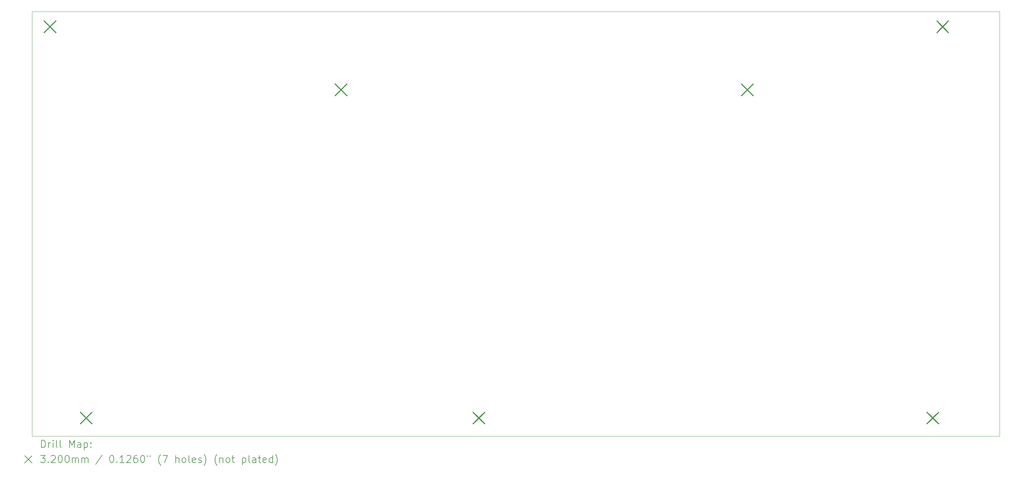
<source format=gbr>
%TF.GenerationSoftware,KiCad,Pcbnew,8.0.5*%
%TF.CreationDate,2024-12-19T18:08:04+01:00*%
%TF.ProjectId,buck-boost-xp,6275636b-2d62-46f6-9f73-742d78702e6b,rev?*%
%TF.SameCoordinates,Original*%
%TF.FileFunction,Drillmap*%
%TF.FilePolarity,Positive*%
%FSLAX45Y45*%
G04 Gerber Fmt 4.5, Leading zero omitted, Abs format (unit mm)*
G04 Created by KiCad (PCBNEW 8.0.5) date 2024-12-19 18:08:04*
%MOMM*%
%LPD*%
G01*
G04 APERTURE LIST*
%ADD10C,0.100000*%
%ADD11C,0.200000*%
%ADD12C,0.320000*%
G04 APERTURE END LIST*
D10*
X1229000Y-4474000D02*
X28079000Y-4474000D01*
X28079000Y-16274000D01*
X1229000Y-16274000D01*
X1229000Y-4474000D01*
D11*
D12*
X1569000Y-4739000D02*
X1889000Y-5059000D01*
X1889000Y-4739000D02*
X1569000Y-5059000D01*
X2569000Y-15614000D02*
X2889000Y-15934000D01*
X2889000Y-15614000D02*
X2569000Y-15934000D01*
X9644000Y-6489000D02*
X9964000Y-6809000D01*
X9964000Y-6489000D02*
X9644000Y-6809000D01*
X13469000Y-15614000D02*
X13789000Y-15934000D01*
X13789000Y-15614000D02*
X13469000Y-15934000D01*
X20919000Y-6489000D02*
X21239000Y-6809000D01*
X21239000Y-6489000D02*
X20919000Y-6809000D01*
X26069000Y-15614000D02*
X26389000Y-15934000D01*
X26389000Y-15614000D02*
X26069000Y-15934000D01*
X26344000Y-4739000D02*
X26664000Y-5059000D01*
X26664000Y-4739000D02*
X26344000Y-5059000D01*
D11*
X1484777Y-16590484D02*
X1484777Y-16390484D01*
X1484777Y-16390484D02*
X1532396Y-16390484D01*
X1532396Y-16390484D02*
X1560967Y-16400008D01*
X1560967Y-16400008D02*
X1580015Y-16419055D01*
X1580015Y-16419055D02*
X1589539Y-16438103D01*
X1589539Y-16438103D02*
X1599062Y-16476198D01*
X1599062Y-16476198D02*
X1599062Y-16504769D01*
X1599062Y-16504769D02*
X1589539Y-16542865D01*
X1589539Y-16542865D02*
X1580015Y-16561912D01*
X1580015Y-16561912D02*
X1560967Y-16580960D01*
X1560967Y-16580960D02*
X1532396Y-16590484D01*
X1532396Y-16590484D02*
X1484777Y-16590484D01*
X1684777Y-16590484D02*
X1684777Y-16457150D01*
X1684777Y-16495246D02*
X1694301Y-16476198D01*
X1694301Y-16476198D02*
X1703824Y-16466674D01*
X1703824Y-16466674D02*
X1722872Y-16457150D01*
X1722872Y-16457150D02*
X1741920Y-16457150D01*
X1808586Y-16590484D02*
X1808586Y-16457150D01*
X1808586Y-16390484D02*
X1799062Y-16400008D01*
X1799062Y-16400008D02*
X1808586Y-16409531D01*
X1808586Y-16409531D02*
X1818110Y-16400008D01*
X1818110Y-16400008D02*
X1808586Y-16390484D01*
X1808586Y-16390484D02*
X1808586Y-16409531D01*
X1932396Y-16590484D02*
X1913348Y-16580960D01*
X1913348Y-16580960D02*
X1903824Y-16561912D01*
X1903824Y-16561912D02*
X1903824Y-16390484D01*
X2037158Y-16590484D02*
X2018110Y-16580960D01*
X2018110Y-16580960D02*
X2008586Y-16561912D01*
X2008586Y-16561912D02*
X2008586Y-16390484D01*
X2265729Y-16590484D02*
X2265729Y-16390484D01*
X2265729Y-16390484D02*
X2332396Y-16533341D01*
X2332396Y-16533341D02*
X2399063Y-16390484D01*
X2399063Y-16390484D02*
X2399063Y-16590484D01*
X2580015Y-16590484D02*
X2580015Y-16485722D01*
X2580015Y-16485722D02*
X2570491Y-16466674D01*
X2570491Y-16466674D02*
X2551444Y-16457150D01*
X2551444Y-16457150D02*
X2513348Y-16457150D01*
X2513348Y-16457150D02*
X2494301Y-16466674D01*
X2580015Y-16580960D02*
X2560967Y-16590484D01*
X2560967Y-16590484D02*
X2513348Y-16590484D01*
X2513348Y-16590484D02*
X2494301Y-16580960D01*
X2494301Y-16580960D02*
X2484777Y-16561912D01*
X2484777Y-16561912D02*
X2484777Y-16542865D01*
X2484777Y-16542865D02*
X2494301Y-16523817D01*
X2494301Y-16523817D02*
X2513348Y-16514293D01*
X2513348Y-16514293D02*
X2560967Y-16514293D01*
X2560967Y-16514293D02*
X2580015Y-16504769D01*
X2675253Y-16457150D02*
X2675253Y-16657150D01*
X2675253Y-16466674D02*
X2694301Y-16457150D01*
X2694301Y-16457150D02*
X2732396Y-16457150D01*
X2732396Y-16457150D02*
X2751444Y-16466674D01*
X2751444Y-16466674D02*
X2760967Y-16476198D01*
X2760967Y-16476198D02*
X2770491Y-16495246D01*
X2770491Y-16495246D02*
X2770491Y-16552388D01*
X2770491Y-16552388D02*
X2760967Y-16571436D01*
X2760967Y-16571436D02*
X2751444Y-16580960D01*
X2751444Y-16580960D02*
X2732396Y-16590484D01*
X2732396Y-16590484D02*
X2694301Y-16590484D01*
X2694301Y-16590484D02*
X2675253Y-16580960D01*
X2856205Y-16571436D02*
X2865729Y-16580960D01*
X2865729Y-16580960D02*
X2856205Y-16590484D01*
X2856205Y-16590484D02*
X2846682Y-16580960D01*
X2846682Y-16580960D02*
X2856205Y-16571436D01*
X2856205Y-16571436D02*
X2856205Y-16590484D01*
X2856205Y-16466674D02*
X2865729Y-16476198D01*
X2865729Y-16476198D02*
X2856205Y-16485722D01*
X2856205Y-16485722D02*
X2846682Y-16476198D01*
X2846682Y-16476198D02*
X2856205Y-16466674D01*
X2856205Y-16466674D02*
X2856205Y-16485722D01*
X1024000Y-16819000D02*
X1224000Y-17019000D01*
X1224000Y-16819000D02*
X1024000Y-17019000D01*
X1465729Y-16810484D02*
X1589539Y-16810484D01*
X1589539Y-16810484D02*
X1522872Y-16886674D01*
X1522872Y-16886674D02*
X1551443Y-16886674D01*
X1551443Y-16886674D02*
X1570491Y-16896198D01*
X1570491Y-16896198D02*
X1580015Y-16905722D01*
X1580015Y-16905722D02*
X1589539Y-16924770D01*
X1589539Y-16924770D02*
X1589539Y-16972389D01*
X1589539Y-16972389D02*
X1580015Y-16991436D01*
X1580015Y-16991436D02*
X1570491Y-17000960D01*
X1570491Y-17000960D02*
X1551443Y-17010484D01*
X1551443Y-17010484D02*
X1494301Y-17010484D01*
X1494301Y-17010484D02*
X1475253Y-17000960D01*
X1475253Y-17000960D02*
X1465729Y-16991436D01*
X1675253Y-16991436D02*
X1684777Y-17000960D01*
X1684777Y-17000960D02*
X1675253Y-17010484D01*
X1675253Y-17010484D02*
X1665729Y-17000960D01*
X1665729Y-17000960D02*
X1675253Y-16991436D01*
X1675253Y-16991436D02*
X1675253Y-17010484D01*
X1760967Y-16829531D02*
X1770491Y-16820008D01*
X1770491Y-16820008D02*
X1789539Y-16810484D01*
X1789539Y-16810484D02*
X1837158Y-16810484D01*
X1837158Y-16810484D02*
X1856205Y-16820008D01*
X1856205Y-16820008D02*
X1865729Y-16829531D01*
X1865729Y-16829531D02*
X1875253Y-16848579D01*
X1875253Y-16848579D02*
X1875253Y-16867627D01*
X1875253Y-16867627D02*
X1865729Y-16896198D01*
X1865729Y-16896198D02*
X1751443Y-17010484D01*
X1751443Y-17010484D02*
X1875253Y-17010484D01*
X1999062Y-16810484D02*
X2018110Y-16810484D01*
X2018110Y-16810484D02*
X2037158Y-16820008D01*
X2037158Y-16820008D02*
X2046682Y-16829531D01*
X2046682Y-16829531D02*
X2056205Y-16848579D01*
X2056205Y-16848579D02*
X2065729Y-16886674D01*
X2065729Y-16886674D02*
X2065729Y-16934293D01*
X2065729Y-16934293D02*
X2056205Y-16972389D01*
X2056205Y-16972389D02*
X2046682Y-16991436D01*
X2046682Y-16991436D02*
X2037158Y-17000960D01*
X2037158Y-17000960D02*
X2018110Y-17010484D01*
X2018110Y-17010484D02*
X1999062Y-17010484D01*
X1999062Y-17010484D02*
X1980015Y-17000960D01*
X1980015Y-17000960D02*
X1970491Y-16991436D01*
X1970491Y-16991436D02*
X1960967Y-16972389D01*
X1960967Y-16972389D02*
X1951443Y-16934293D01*
X1951443Y-16934293D02*
X1951443Y-16886674D01*
X1951443Y-16886674D02*
X1960967Y-16848579D01*
X1960967Y-16848579D02*
X1970491Y-16829531D01*
X1970491Y-16829531D02*
X1980015Y-16820008D01*
X1980015Y-16820008D02*
X1999062Y-16810484D01*
X2189539Y-16810484D02*
X2208586Y-16810484D01*
X2208586Y-16810484D02*
X2227634Y-16820008D01*
X2227634Y-16820008D02*
X2237158Y-16829531D01*
X2237158Y-16829531D02*
X2246682Y-16848579D01*
X2246682Y-16848579D02*
X2256205Y-16886674D01*
X2256205Y-16886674D02*
X2256205Y-16934293D01*
X2256205Y-16934293D02*
X2246682Y-16972389D01*
X2246682Y-16972389D02*
X2237158Y-16991436D01*
X2237158Y-16991436D02*
X2227634Y-17000960D01*
X2227634Y-17000960D02*
X2208586Y-17010484D01*
X2208586Y-17010484D02*
X2189539Y-17010484D01*
X2189539Y-17010484D02*
X2170491Y-17000960D01*
X2170491Y-17000960D02*
X2160967Y-16991436D01*
X2160967Y-16991436D02*
X2151444Y-16972389D01*
X2151444Y-16972389D02*
X2141920Y-16934293D01*
X2141920Y-16934293D02*
X2141920Y-16886674D01*
X2141920Y-16886674D02*
X2151444Y-16848579D01*
X2151444Y-16848579D02*
X2160967Y-16829531D01*
X2160967Y-16829531D02*
X2170491Y-16820008D01*
X2170491Y-16820008D02*
X2189539Y-16810484D01*
X2341920Y-17010484D02*
X2341920Y-16877150D01*
X2341920Y-16896198D02*
X2351444Y-16886674D01*
X2351444Y-16886674D02*
X2370491Y-16877150D01*
X2370491Y-16877150D02*
X2399063Y-16877150D01*
X2399063Y-16877150D02*
X2418110Y-16886674D01*
X2418110Y-16886674D02*
X2427634Y-16905722D01*
X2427634Y-16905722D02*
X2427634Y-17010484D01*
X2427634Y-16905722D02*
X2437158Y-16886674D01*
X2437158Y-16886674D02*
X2456205Y-16877150D01*
X2456205Y-16877150D02*
X2484777Y-16877150D01*
X2484777Y-16877150D02*
X2503825Y-16886674D01*
X2503825Y-16886674D02*
X2513348Y-16905722D01*
X2513348Y-16905722D02*
X2513348Y-17010484D01*
X2608586Y-17010484D02*
X2608586Y-16877150D01*
X2608586Y-16896198D02*
X2618110Y-16886674D01*
X2618110Y-16886674D02*
X2637158Y-16877150D01*
X2637158Y-16877150D02*
X2665729Y-16877150D01*
X2665729Y-16877150D02*
X2684777Y-16886674D01*
X2684777Y-16886674D02*
X2694301Y-16905722D01*
X2694301Y-16905722D02*
X2694301Y-17010484D01*
X2694301Y-16905722D02*
X2703825Y-16886674D01*
X2703825Y-16886674D02*
X2722872Y-16877150D01*
X2722872Y-16877150D02*
X2751444Y-16877150D01*
X2751444Y-16877150D02*
X2770491Y-16886674D01*
X2770491Y-16886674D02*
X2780015Y-16905722D01*
X2780015Y-16905722D02*
X2780015Y-17010484D01*
X3170491Y-16800960D02*
X2999063Y-17058103D01*
X3427634Y-16810484D02*
X3446682Y-16810484D01*
X3446682Y-16810484D02*
X3465729Y-16820008D01*
X3465729Y-16820008D02*
X3475253Y-16829531D01*
X3475253Y-16829531D02*
X3484777Y-16848579D01*
X3484777Y-16848579D02*
X3494301Y-16886674D01*
X3494301Y-16886674D02*
X3494301Y-16934293D01*
X3494301Y-16934293D02*
X3484777Y-16972389D01*
X3484777Y-16972389D02*
X3475253Y-16991436D01*
X3475253Y-16991436D02*
X3465729Y-17000960D01*
X3465729Y-17000960D02*
X3446682Y-17010484D01*
X3446682Y-17010484D02*
X3427634Y-17010484D01*
X3427634Y-17010484D02*
X3408586Y-17000960D01*
X3408586Y-17000960D02*
X3399063Y-16991436D01*
X3399063Y-16991436D02*
X3389539Y-16972389D01*
X3389539Y-16972389D02*
X3380015Y-16934293D01*
X3380015Y-16934293D02*
X3380015Y-16886674D01*
X3380015Y-16886674D02*
X3389539Y-16848579D01*
X3389539Y-16848579D02*
X3399063Y-16829531D01*
X3399063Y-16829531D02*
X3408586Y-16820008D01*
X3408586Y-16820008D02*
X3427634Y-16810484D01*
X3580015Y-16991436D02*
X3589539Y-17000960D01*
X3589539Y-17000960D02*
X3580015Y-17010484D01*
X3580015Y-17010484D02*
X3570491Y-17000960D01*
X3570491Y-17000960D02*
X3580015Y-16991436D01*
X3580015Y-16991436D02*
X3580015Y-17010484D01*
X3780015Y-17010484D02*
X3665729Y-17010484D01*
X3722872Y-17010484D02*
X3722872Y-16810484D01*
X3722872Y-16810484D02*
X3703825Y-16839055D01*
X3703825Y-16839055D02*
X3684777Y-16858103D01*
X3684777Y-16858103D02*
X3665729Y-16867627D01*
X3856206Y-16829531D02*
X3865729Y-16820008D01*
X3865729Y-16820008D02*
X3884777Y-16810484D01*
X3884777Y-16810484D02*
X3932396Y-16810484D01*
X3932396Y-16810484D02*
X3951444Y-16820008D01*
X3951444Y-16820008D02*
X3960967Y-16829531D01*
X3960967Y-16829531D02*
X3970491Y-16848579D01*
X3970491Y-16848579D02*
X3970491Y-16867627D01*
X3970491Y-16867627D02*
X3960967Y-16896198D01*
X3960967Y-16896198D02*
X3846682Y-17010484D01*
X3846682Y-17010484D02*
X3970491Y-17010484D01*
X4141920Y-16810484D02*
X4103825Y-16810484D01*
X4103825Y-16810484D02*
X4084777Y-16820008D01*
X4084777Y-16820008D02*
X4075253Y-16829531D01*
X4075253Y-16829531D02*
X4056206Y-16858103D01*
X4056206Y-16858103D02*
X4046682Y-16896198D01*
X4046682Y-16896198D02*
X4046682Y-16972389D01*
X4046682Y-16972389D02*
X4056206Y-16991436D01*
X4056206Y-16991436D02*
X4065729Y-17000960D01*
X4065729Y-17000960D02*
X4084777Y-17010484D01*
X4084777Y-17010484D02*
X4122872Y-17010484D01*
X4122872Y-17010484D02*
X4141920Y-17000960D01*
X4141920Y-17000960D02*
X4151444Y-16991436D01*
X4151444Y-16991436D02*
X4160967Y-16972389D01*
X4160967Y-16972389D02*
X4160967Y-16924770D01*
X4160967Y-16924770D02*
X4151444Y-16905722D01*
X4151444Y-16905722D02*
X4141920Y-16896198D01*
X4141920Y-16896198D02*
X4122872Y-16886674D01*
X4122872Y-16886674D02*
X4084777Y-16886674D01*
X4084777Y-16886674D02*
X4065729Y-16896198D01*
X4065729Y-16896198D02*
X4056206Y-16905722D01*
X4056206Y-16905722D02*
X4046682Y-16924770D01*
X4284777Y-16810484D02*
X4303825Y-16810484D01*
X4303825Y-16810484D02*
X4322872Y-16820008D01*
X4322872Y-16820008D02*
X4332396Y-16829531D01*
X4332396Y-16829531D02*
X4341920Y-16848579D01*
X4341920Y-16848579D02*
X4351444Y-16886674D01*
X4351444Y-16886674D02*
X4351444Y-16934293D01*
X4351444Y-16934293D02*
X4341920Y-16972389D01*
X4341920Y-16972389D02*
X4332396Y-16991436D01*
X4332396Y-16991436D02*
X4322872Y-17000960D01*
X4322872Y-17000960D02*
X4303825Y-17010484D01*
X4303825Y-17010484D02*
X4284777Y-17010484D01*
X4284777Y-17010484D02*
X4265729Y-17000960D01*
X4265729Y-17000960D02*
X4256206Y-16991436D01*
X4256206Y-16991436D02*
X4246682Y-16972389D01*
X4246682Y-16972389D02*
X4237158Y-16934293D01*
X4237158Y-16934293D02*
X4237158Y-16886674D01*
X4237158Y-16886674D02*
X4246682Y-16848579D01*
X4246682Y-16848579D02*
X4256206Y-16829531D01*
X4256206Y-16829531D02*
X4265729Y-16820008D01*
X4265729Y-16820008D02*
X4284777Y-16810484D01*
X4427634Y-16810484D02*
X4427634Y-16848579D01*
X4503825Y-16810484D02*
X4503825Y-16848579D01*
X4799063Y-17086674D02*
X4789539Y-17077150D01*
X4789539Y-17077150D02*
X4770491Y-17048579D01*
X4770491Y-17048579D02*
X4760968Y-17029531D01*
X4760968Y-17029531D02*
X4751444Y-17000960D01*
X4751444Y-17000960D02*
X4741920Y-16953341D01*
X4741920Y-16953341D02*
X4741920Y-16915246D01*
X4741920Y-16915246D02*
X4751444Y-16867627D01*
X4751444Y-16867627D02*
X4760968Y-16839055D01*
X4760968Y-16839055D02*
X4770491Y-16820008D01*
X4770491Y-16820008D02*
X4789539Y-16791436D01*
X4789539Y-16791436D02*
X4799063Y-16781912D01*
X4856206Y-16810484D02*
X4989539Y-16810484D01*
X4989539Y-16810484D02*
X4903825Y-17010484D01*
X5218111Y-17010484D02*
X5218111Y-16810484D01*
X5303825Y-17010484D02*
X5303825Y-16905722D01*
X5303825Y-16905722D02*
X5294301Y-16886674D01*
X5294301Y-16886674D02*
X5275253Y-16877150D01*
X5275253Y-16877150D02*
X5246682Y-16877150D01*
X5246682Y-16877150D02*
X5227634Y-16886674D01*
X5227634Y-16886674D02*
X5218111Y-16896198D01*
X5427634Y-17010484D02*
X5408587Y-17000960D01*
X5408587Y-17000960D02*
X5399063Y-16991436D01*
X5399063Y-16991436D02*
X5389539Y-16972389D01*
X5389539Y-16972389D02*
X5389539Y-16915246D01*
X5389539Y-16915246D02*
X5399063Y-16896198D01*
X5399063Y-16896198D02*
X5408587Y-16886674D01*
X5408587Y-16886674D02*
X5427634Y-16877150D01*
X5427634Y-16877150D02*
X5456206Y-16877150D01*
X5456206Y-16877150D02*
X5475253Y-16886674D01*
X5475253Y-16886674D02*
X5484777Y-16896198D01*
X5484777Y-16896198D02*
X5494301Y-16915246D01*
X5494301Y-16915246D02*
X5494301Y-16972389D01*
X5494301Y-16972389D02*
X5484777Y-16991436D01*
X5484777Y-16991436D02*
X5475253Y-17000960D01*
X5475253Y-17000960D02*
X5456206Y-17010484D01*
X5456206Y-17010484D02*
X5427634Y-17010484D01*
X5608587Y-17010484D02*
X5589539Y-17000960D01*
X5589539Y-17000960D02*
X5580015Y-16981912D01*
X5580015Y-16981912D02*
X5580015Y-16810484D01*
X5760968Y-17000960D02*
X5741920Y-17010484D01*
X5741920Y-17010484D02*
X5703825Y-17010484D01*
X5703825Y-17010484D02*
X5684777Y-17000960D01*
X5684777Y-17000960D02*
X5675253Y-16981912D01*
X5675253Y-16981912D02*
X5675253Y-16905722D01*
X5675253Y-16905722D02*
X5684777Y-16886674D01*
X5684777Y-16886674D02*
X5703825Y-16877150D01*
X5703825Y-16877150D02*
X5741920Y-16877150D01*
X5741920Y-16877150D02*
X5760968Y-16886674D01*
X5760968Y-16886674D02*
X5770491Y-16905722D01*
X5770491Y-16905722D02*
X5770491Y-16924770D01*
X5770491Y-16924770D02*
X5675253Y-16943817D01*
X5846682Y-17000960D02*
X5865730Y-17010484D01*
X5865730Y-17010484D02*
X5903825Y-17010484D01*
X5903825Y-17010484D02*
X5922872Y-17000960D01*
X5922872Y-17000960D02*
X5932396Y-16981912D01*
X5932396Y-16981912D02*
X5932396Y-16972389D01*
X5932396Y-16972389D02*
X5922872Y-16953341D01*
X5922872Y-16953341D02*
X5903825Y-16943817D01*
X5903825Y-16943817D02*
X5875253Y-16943817D01*
X5875253Y-16943817D02*
X5856206Y-16934293D01*
X5856206Y-16934293D02*
X5846682Y-16915246D01*
X5846682Y-16915246D02*
X5846682Y-16905722D01*
X5846682Y-16905722D02*
X5856206Y-16886674D01*
X5856206Y-16886674D02*
X5875253Y-16877150D01*
X5875253Y-16877150D02*
X5903825Y-16877150D01*
X5903825Y-16877150D02*
X5922872Y-16886674D01*
X5999063Y-17086674D02*
X6008587Y-17077150D01*
X6008587Y-17077150D02*
X6027634Y-17048579D01*
X6027634Y-17048579D02*
X6037158Y-17029531D01*
X6037158Y-17029531D02*
X6046682Y-17000960D01*
X6046682Y-17000960D02*
X6056206Y-16953341D01*
X6056206Y-16953341D02*
X6056206Y-16915246D01*
X6056206Y-16915246D02*
X6046682Y-16867627D01*
X6046682Y-16867627D02*
X6037158Y-16839055D01*
X6037158Y-16839055D02*
X6027634Y-16820008D01*
X6027634Y-16820008D02*
X6008587Y-16791436D01*
X6008587Y-16791436D02*
X5999063Y-16781912D01*
X6360968Y-17086674D02*
X6351444Y-17077150D01*
X6351444Y-17077150D02*
X6332396Y-17048579D01*
X6332396Y-17048579D02*
X6322872Y-17029531D01*
X6322872Y-17029531D02*
X6313349Y-17000960D01*
X6313349Y-17000960D02*
X6303825Y-16953341D01*
X6303825Y-16953341D02*
X6303825Y-16915246D01*
X6303825Y-16915246D02*
X6313349Y-16867627D01*
X6313349Y-16867627D02*
X6322872Y-16839055D01*
X6322872Y-16839055D02*
X6332396Y-16820008D01*
X6332396Y-16820008D02*
X6351444Y-16791436D01*
X6351444Y-16791436D02*
X6360968Y-16781912D01*
X6437158Y-16877150D02*
X6437158Y-17010484D01*
X6437158Y-16896198D02*
X6446682Y-16886674D01*
X6446682Y-16886674D02*
X6465730Y-16877150D01*
X6465730Y-16877150D02*
X6494301Y-16877150D01*
X6494301Y-16877150D02*
X6513349Y-16886674D01*
X6513349Y-16886674D02*
X6522872Y-16905722D01*
X6522872Y-16905722D02*
X6522872Y-17010484D01*
X6646682Y-17010484D02*
X6627634Y-17000960D01*
X6627634Y-17000960D02*
X6618111Y-16991436D01*
X6618111Y-16991436D02*
X6608587Y-16972389D01*
X6608587Y-16972389D02*
X6608587Y-16915246D01*
X6608587Y-16915246D02*
X6618111Y-16896198D01*
X6618111Y-16896198D02*
X6627634Y-16886674D01*
X6627634Y-16886674D02*
X6646682Y-16877150D01*
X6646682Y-16877150D02*
X6675253Y-16877150D01*
X6675253Y-16877150D02*
X6694301Y-16886674D01*
X6694301Y-16886674D02*
X6703825Y-16896198D01*
X6703825Y-16896198D02*
X6713349Y-16915246D01*
X6713349Y-16915246D02*
X6713349Y-16972389D01*
X6713349Y-16972389D02*
X6703825Y-16991436D01*
X6703825Y-16991436D02*
X6694301Y-17000960D01*
X6694301Y-17000960D02*
X6675253Y-17010484D01*
X6675253Y-17010484D02*
X6646682Y-17010484D01*
X6770492Y-16877150D02*
X6846682Y-16877150D01*
X6799063Y-16810484D02*
X6799063Y-16981912D01*
X6799063Y-16981912D02*
X6808587Y-17000960D01*
X6808587Y-17000960D02*
X6827634Y-17010484D01*
X6827634Y-17010484D02*
X6846682Y-17010484D01*
X7065730Y-16877150D02*
X7065730Y-17077150D01*
X7065730Y-16886674D02*
X7084777Y-16877150D01*
X7084777Y-16877150D02*
X7122873Y-16877150D01*
X7122873Y-16877150D02*
X7141920Y-16886674D01*
X7141920Y-16886674D02*
X7151444Y-16896198D01*
X7151444Y-16896198D02*
X7160968Y-16915246D01*
X7160968Y-16915246D02*
X7160968Y-16972389D01*
X7160968Y-16972389D02*
X7151444Y-16991436D01*
X7151444Y-16991436D02*
X7141920Y-17000960D01*
X7141920Y-17000960D02*
X7122873Y-17010484D01*
X7122873Y-17010484D02*
X7084777Y-17010484D01*
X7084777Y-17010484D02*
X7065730Y-17000960D01*
X7275253Y-17010484D02*
X7256206Y-17000960D01*
X7256206Y-17000960D02*
X7246682Y-16981912D01*
X7246682Y-16981912D02*
X7246682Y-16810484D01*
X7437158Y-17010484D02*
X7437158Y-16905722D01*
X7437158Y-16905722D02*
X7427634Y-16886674D01*
X7427634Y-16886674D02*
X7408587Y-16877150D01*
X7408587Y-16877150D02*
X7370492Y-16877150D01*
X7370492Y-16877150D02*
X7351444Y-16886674D01*
X7437158Y-17000960D02*
X7418111Y-17010484D01*
X7418111Y-17010484D02*
X7370492Y-17010484D01*
X7370492Y-17010484D02*
X7351444Y-17000960D01*
X7351444Y-17000960D02*
X7341920Y-16981912D01*
X7341920Y-16981912D02*
X7341920Y-16962865D01*
X7341920Y-16962865D02*
X7351444Y-16943817D01*
X7351444Y-16943817D02*
X7370492Y-16934293D01*
X7370492Y-16934293D02*
X7418111Y-16934293D01*
X7418111Y-16934293D02*
X7437158Y-16924770D01*
X7503825Y-16877150D02*
X7580015Y-16877150D01*
X7532396Y-16810484D02*
X7532396Y-16981912D01*
X7532396Y-16981912D02*
X7541920Y-17000960D01*
X7541920Y-17000960D02*
X7560968Y-17010484D01*
X7560968Y-17010484D02*
X7580015Y-17010484D01*
X7722873Y-17000960D02*
X7703825Y-17010484D01*
X7703825Y-17010484D02*
X7665730Y-17010484D01*
X7665730Y-17010484D02*
X7646682Y-17000960D01*
X7646682Y-17000960D02*
X7637158Y-16981912D01*
X7637158Y-16981912D02*
X7637158Y-16905722D01*
X7637158Y-16905722D02*
X7646682Y-16886674D01*
X7646682Y-16886674D02*
X7665730Y-16877150D01*
X7665730Y-16877150D02*
X7703825Y-16877150D01*
X7703825Y-16877150D02*
X7722873Y-16886674D01*
X7722873Y-16886674D02*
X7732396Y-16905722D01*
X7732396Y-16905722D02*
X7732396Y-16924770D01*
X7732396Y-16924770D02*
X7637158Y-16943817D01*
X7903825Y-17010484D02*
X7903825Y-16810484D01*
X7903825Y-17000960D02*
X7884777Y-17010484D01*
X7884777Y-17010484D02*
X7846682Y-17010484D01*
X7846682Y-17010484D02*
X7827634Y-17000960D01*
X7827634Y-17000960D02*
X7818111Y-16991436D01*
X7818111Y-16991436D02*
X7808587Y-16972389D01*
X7808587Y-16972389D02*
X7808587Y-16915246D01*
X7808587Y-16915246D02*
X7818111Y-16896198D01*
X7818111Y-16896198D02*
X7827634Y-16886674D01*
X7827634Y-16886674D02*
X7846682Y-16877150D01*
X7846682Y-16877150D02*
X7884777Y-16877150D01*
X7884777Y-16877150D02*
X7903825Y-16886674D01*
X7980015Y-17086674D02*
X7989539Y-17077150D01*
X7989539Y-17077150D02*
X8008587Y-17048579D01*
X8008587Y-17048579D02*
X8018111Y-17029531D01*
X8018111Y-17029531D02*
X8027634Y-17000960D01*
X8027634Y-17000960D02*
X8037158Y-16953341D01*
X8037158Y-16953341D02*
X8037158Y-16915246D01*
X8037158Y-16915246D02*
X8027634Y-16867627D01*
X8027634Y-16867627D02*
X8018111Y-16839055D01*
X8018111Y-16839055D02*
X8008587Y-16820008D01*
X8008587Y-16820008D02*
X7989539Y-16791436D01*
X7989539Y-16791436D02*
X7980015Y-16781912D01*
M02*

</source>
